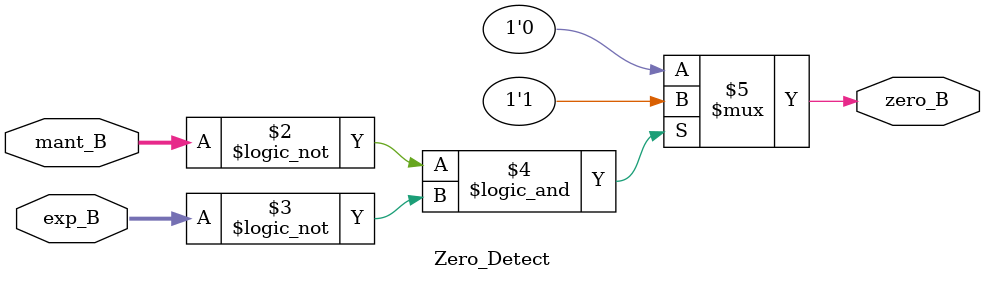
<source format=sv>
`timescale 1ns / 1ps


module Zero_Detect(
    input [7:0] exp_B,
    input [22:0] mant_B,
    output logic zero_B
    );
    
    always_comb begin
        zero_B = (mant_B == 0 && exp_B == 0) ? 1'b1 : 1'b0;
    end
    
endmodule

</source>
